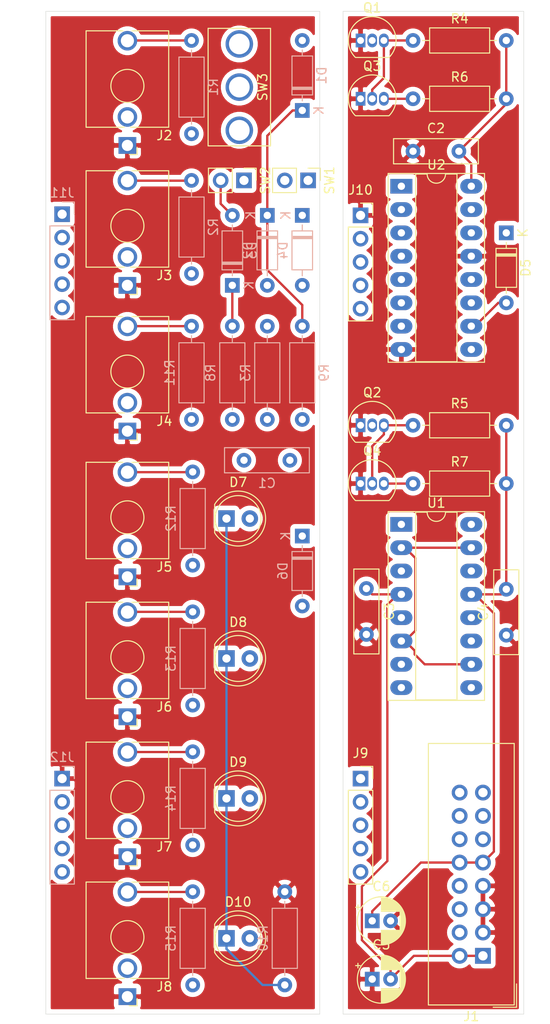
<source format=kicad_pcb>
(kicad_pcb (version 20171130) (host pcbnew "(5.1.2)-2")
  (layers (0 F.Cu signal) (31 B.Cu signal) (34 B.Paste user) (35 F.Paste user) (36 B.SilkS user) (37 F.SilkS user) (38 B.Mask user) (39 F.Mask user) (44 Edge.Cuts user))
  (net 0 "")
  (net 1 GND)
  (net 2 "Net-(C1-Pad1)")
  (net 3 "Net-(D1-Pad2)")
  (net 4 "Net-(D1-Pad1)")
  (net 5 "Net-(D3-Pad2)")
  (net 6 "Net-(D3-Pad1)")
  (net 7 "Net-(D4-Pad2)")
  (net 8 "Net-(D5-Pad2)")
  (net 9 "Net-(D6-Pad2)")
  (net 10 "Net-(D7-Pad2)")
  (net 11 "Net-(D10-Pad1)")
  (net 12 "Net-(D8-Pad2)")
  (net 13 "Net-(D9-Pad2)")
  (net 14 "Net-(D10-Pad2)")
  (net 15 "Net-(J1-Pad16)")
  (net 16 "Net-(J1-Pad15)")
  (net 17 "Net-(J1-Pad14)")
  (net 18 "Net-(J1-Pad13)")
  (net 19 "Net-(J1-Pad12)")
  (net 20 "Net-(J1-Pad11)")
  (net 21 "Net-(J1-Pad4)")
  (net 22 "Net-(J2-PadT)")
  (net 23 "Net-(J3-PadT)")
  (net 24 "Net-(J4-PadT)")
  (net 25 "Net-(J5-PadT)")
  (net 26 "Net-(J6-PadT)")
  (net 27 "Net-(J7-PadT)")
  (net 28 "Net-(J8-PadT)")
  (net 29 "Net-(Q1-Pad3)")
  (net 30 "Net-(Q1-Pad2)")
  (net 31 "Net-(Q2-Pad3)")
  (net 32 "Net-(Q2-Pad2)")
  (net 33 +12V)
  (net 34 "Net-(R3-Pad1)")
  (net 35 "Net-(R11-Pad2)")
  (net 36 "Net-(R12-Pad2)")
  (net 37 "Net-(R13-Pad2)")
  (net 38 "Net-(R14-Pad2)")
  (net 39 "Net-(R15-Pad2)")
  (net 40 "Net-(U1-Pad12)")
  (net 41 "Net-(U2-Pad6)")
  (net 42 "Net-(U2-Pad5)")
  (net 43 "Net-(U2-Pad12)")
  (net 44 "Net-(U2-Pad11)")
  (net 45 "Net-(U2-Pad9)")
  (net 46 "Net-(U2-Pad1)")
  (net 47 "Net-(J9-Pad5)")
  (net 48 "Net-(J9-Pad4)")
  (net 49 "Net-(J9-Pad3)")
  (net 50 "Net-(J9-Pad2)")
  (net 51 "Net-(J9-Pad1)")
  (net 52 "Net-(J10-Pad5)")
  (net 53 "Net-(J10-Pad4)")
  (net 54 "Net-(J10-Pad3)")
  (net 55 "Net-(J10-Pad2)")
  (net 56 "Net-(J11-Pad5)")
  (net 57 "Net-(J11-Pad4)")
  (net 58 "Net-(J11-Pad3)")
  (net 59 "Net-(J11-Pad2)")
  (net 60 "Net-(J11-Pad1)")
  (net 61 "Net-(J12-Pad5)")
  (net 62 "Net-(J12-Pad4)")
  (net 63 "Net-(J12-Pad3)")
  (net 64 "Net-(J12-Pad2)")
  (net 65 -12V)
  (net 66 /GND_PCB_B)
  (module Capacitor_THT:CP_Radial_D5.0mm_P2.00mm (layer F.Cu) (at 59.69 140.97)
    (fp_text reference C6 (at 1 -3.75) (layer F.SilkS))
    (fp_text value 10uf)
    (pad 2 thru_hole circle (at 2 0) (size 1.6 1.6) (drill 0.8) (layers *.Cu *.Mask) (net 1 GND))
    (pad 1 thru_hole rect (at 0 0) (size 1.6 1.6) (drill 0.8) (layers *.Cu *.Mask) (net 33 +12V))
  )
  (module Capacitor_THT:CP_Radial_D5.0mm_P2.00mm (layer F.Cu) (at 59.69 147.32)
    (fp_text reference C5 (at 1 -3.75) (layer F.SilkS))
    (fp_text value 10uf)
    (pad 2 thru_hole circle (at 2 0) (size 1.6 1.6) (drill 0.8) (layers *.Cu *.Mask) (net 65 -12V))
    (pad 1 thru_hole rect (at 0 0) (size 1.6 1.6) (drill 0.8) (layers *.Cu *.Mask) (net 1 GND))
  )
  (module Capacitor_THT:C_Disc_D9.0mm_W2.5mm_P5.00mm (layer F.Cu) (at 74.295 109.855 90)
    (fp_text reference C4 (at 2.5 -2.5 90) (layer F.SilkS))
    (fp_text value 100nf)
    (pad 2 thru_hole circle (at 5 0 90) (size 1.6 1.6) (drill 0.8) (layers *.Cu *.Mask) (net 33 +12V))
    (pad 1 thru_hole circle (at 0 0 90) (size 1.6 1.6) (drill 0.8) (layers *.Cu *.Mask) (net 1 GND))
  )
  (module Capacitor_THT:C_Disc_D9.0mm_W2.5mm_P5.00mm (layer F.Cu) (at 59.055 104.775 270)
    (fp_text reference C3 (at 2.5 -2.5 90) (layer F.SilkS))
    (fp_text value 100nf)
    (pad 2 thru_hole circle (at 5 0 270) (size 1.6 1.6) (drill 0.8) (layers *.Cu *.Mask) (net 1 GND))
    (pad 1 thru_hole circle (at 0 0 270) (size 1.6 1.6) (drill 0.8) (layers *.Cu *.Mask) (net 65 -12V))
  )
  (module Capacitor_THT:C_Disc_D9.0mm_W2.5mm_P5.00mm (layer F.Cu) (at 64.135 57.15)
    (fp_text reference C2 (at 2.5 -2.5) (layer F.SilkS))
    (fp_text value 100nf)
    (pad 2 thru_hole circle (at 5 0) (size 1.6 1.6) (drill 0.8) (layers *.Cu *.Mask) (net 33 +12V))
    (pad 1 thru_hole circle (at 0 0) (size 1.6 1.6) (drill 0.8) (layers *.Cu *.Mask) (net 1 GND))
  )
  (module Package_DIP:DIP-16_W7.62mm_Socket_LongPads (layer F.Cu) (at 62.865 97.79)
    (fp_text reference U1 (at 3.81 -2.33) (layer F.SilkS))
    (fp_text value MAX313CPE)
    (pad 16 thru_hole oval (at 7.62 0) (size 2.4 1.6) (drill 0.8) (layers *.Cu *.Mask) (net 14 "Net-(D10-Pad2)"))
    (pad 8 thru_hole oval (at 0 17.78) (size 2.4 1.6) (drill 0.8) (layers *.Cu *.Mask) (net 12 "Net-(D8-Pad2)"))
    (pad 15 thru_hole oval (at 7.62 2.54) (size 2.4 1.6) (drill 0.8) (layers *.Cu *.Mask) (net 35 "Net-(R11-Pad2)"))
    (pad 7 thru_hole oval (at 0 15.24) (size 2.4 1.6) (drill 0.8) (layers *.Cu *.Mask) (net 37 "Net-(R13-Pad2)"))
    (pad 14 thru_hole oval (at 7.62 5.08) (size 2.4 1.6) (drill 0.8) (layers *.Cu *.Mask) (net 39 "Net-(R15-Pad2)"))
    (pad 6 thru_hole oval (at 0 12.7) (size 2.4 1.6) (drill 0.8) (layers *.Cu *.Mask) (net 35 "Net-(R11-Pad2)"))
    (pad 13 thru_hole oval (at 7.62 7.62) (size 2.4 1.6) (drill 0.8) (layers *.Cu *.Mask) (net 33 +12V))
    (pad 5 thru_hole oval (at 0 10.16) (size 2.4 1.6) (drill 0.8) (layers *.Cu *.Mask) (net 1 GND))
    (pad 12 thru_hole oval (at 7.62 10.16) (size 2.4 1.6) (drill 0.8) (layers *.Cu *.Mask) (net 40 "Net-(U1-Pad12)"))
    (pad 4 thru_hole oval (at 0 7.62) (size 2.4 1.6) (drill 0.8) (layers *.Cu *.Mask) (net 65 -12V))
    (pad 11 thru_hole oval (at 7.62 12.7) (size 2.4 1.6) (drill 0.8) (layers *.Cu *.Mask) (net 38 "Net-(R14-Pad2)"))
    (pad 3 thru_hole oval (at 0 5.08) (size 2.4 1.6) (drill 0.8) (layers *.Cu *.Mask) (net 36 "Net-(R12-Pad2)"))
    (pad 10 thru_hole oval (at 7.62 15.24) (size 2.4 1.6) (drill 0.8) (layers *.Cu *.Mask) (net 35 "Net-(R11-Pad2)"))
    (pad 2 thru_hole oval (at 0 2.54) (size 2.4 1.6) (drill 0.8) (layers *.Cu *.Mask) (net 35 "Net-(R11-Pad2)"))
    (pad 9 thru_hole oval (at 7.62 17.78) (size 2.4 1.6) (drill 0.8) (layers *.Cu *.Mask) (net 13 "Net-(D9-Pad2)"))
    (pad 1 thru_hole rect (at 0 0) (size 2.4 1.6) (drill 0.8) (layers *.Cu *.Mask) (net 10 "Net-(D7-Pad2)"))
  )
  (module Connector_PinHeader_2.54mm:PinHeader_1x05_P2.54mm_Vertical (layer B.Cu) (at 25.908 125.476 180)
    (fp_text reference J12 (at 0 2.33) (layer B.SilkS) (effects (justify mirror)))
    (fp_text value Conn_01x05_Male)
    (pad 5 thru_hole oval (at 0 -10.16 180) (size 1.7 1.7) (drill 1) (layers *.Cu *.Mask) (net 61 "Net-(J12-Pad5)"))
    (pad 4 thru_hole oval (at 0 -7.62 180) (size 1.7 1.7) (drill 1) (layers *.Cu *.Mask) (net 62 "Net-(J12-Pad4)"))
    (pad 3 thru_hole oval (at 0 -5.08 180) (size 1.7 1.7) (drill 1) (layers *.Cu *.Mask) (net 63 "Net-(J12-Pad3)"))
    (pad 2 thru_hole oval (at 0 -2.54 180) (size 1.7 1.7) (drill 1) (layers *.Cu *.Mask) (net 64 "Net-(J12-Pad2)"))
    (pad 1 thru_hole rect (at 0 0 180) (size 1.7 1.7) (drill 1) (layers *.Cu *.Mask) (net 66 /GND_PCB_B))
  )
  (module Connector_PinHeader_2.54mm:PinHeader_1x05_P2.54mm_Vertical (layer B.Cu) (at 25.908 64.008 180)
    (fp_text reference J11 (at 0 2.33) (layer B.SilkS) (effects (justify mirror)))
    (fp_text value Conn_01x05_Male)
    (pad 5 thru_hole oval (at 0 -10.16 180) (size 1.7 1.7) (drill 1) (layers *.Cu *.Mask) (net 56 "Net-(J11-Pad5)"))
    (pad 4 thru_hole oval (at 0 -7.62 180) (size 1.7 1.7) (drill 1) (layers *.Cu *.Mask) (net 57 "Net-(J11-Pad4)"))
    (pad 3 thru_hole oval (at 0 -5.08 180) (size 1.7 1.7) (drill 1) (layers *.Cu *.Mask) (net 58 "Net-(J11-Pad3)"))
    (pad 2 thru_hole oval (at 0 -2.54 180) (size 1.7 1.7) (drill 1) (layers *.Cu *.Mask) (net 59 "Net-(J11-Pad2)"))
    (pad 1 thru_hole rect (at 0 0 180) (size 1.7 1.7) (drill 1) (layers *.Cu *.Mask) (net 60 "Net-(J11-Pad1)"))
  )
  (module Connector_PinSocket_2.54mm:PinSocket_1x05_P2.54mm_Vertical (layer F.Cu) (at 58.42 64.135)
    (fp_text reference J10 (at 0 -2.77) (layer F.SilkS))
    (fp_text value Conn_01x05_Female)
    (pad 5 thru_hole oval (at 0 10.16) (size 1.7 1.7) (drill 1) (layers *.Cu *.Mask) (net 52 "Net-(J10-Pad5)"))
    (pad 4 thru_hole oval (at 0 7.62) (size 1.7 1.7) (drill 1) (layers *.Cu *.Mask) (net 53 "Net-(J10-Pad4)"))
    (pad 3 thru_hole oval (at 0 5.08) (size 1.7 1.7) (drill 1) (layers *.Cu *.Mask) (net 54 "Net-(J10-Pad3)"))
    (pad 2 thru_hole oval (at 0 2.54) (size 1.7 1.7) (drill 1) (layers *.Cu *.Mask) (net 55 "Net-(J10-Pad2)"))
    (pad 1 thru_hole rect (at 0 0) (size 1.7 1.7) (drill 1) (layers *.Cu *.Mask) (net 1 GND))
  )
  (module Connector_PinSocket_2.54mm:PinSocket_1x05_P2.54mm_Vertical (layer F.Cu) (at 58.42 125.476)
    (fp_text reference J9 (at 0 -2.77) (layer F.SilkS))
    (fp_text value Conn_01x05_Female)
    (pad 5 thru_hole oval (at 0 10.16) (size 1.7 1.7) (drill 1) (layers *.Cu *.Mask) (net 47 "Net-(J9-Pad5)"))
    (pad 4 thru_hole oval (at 0 7.62) (size 1.7 1.7) (drill 1) (layers *.Cu *.Mask) (net 48 "Net-(J9-Pad4)"))
    (pad 3 thru_hole oval (at 0 5.08) (size 1.7 1.7) (drill 1) (layers *.Cu *.Mask) (net 49 "Net-(J9-Pad3)"))
    (pad 2 thru_hole oval (at 0 2.54) (size 1.7 1.7) (drill 1) (layers *.Cu *.Mask) (net 50 "Net-(J9-Pad2)"))
    (pad 1 thru_hole rect (at 0 0) (size 1.7 1.7) (drill 1) (layers *.Cu *.Mask) (net 51 "Net-(J9-Pad1)"))
  )
  (module LED_THT:LED_D5.0mm (layer F.Cu) (at 43.815 127.635)
    (fp_text reference D9 (at 1.27 -3.96) (layer F.SilkS))
    (fp_text value LED)
    (pad 2 thru_hole circle (at 2.54 0) (size 1.8 1.8) (drill 0.9) (layers *.Cu *.Mask) (net 13 "Net-(D9-Pad2)"))
    (pad 1 thru_hole rect (at 0 0) (size 1.8 1.8) (drill 0.9) (layers *.Cu *.Mask) (net 11 "Net-(D10-Pad1)"))
  )
  (module LED_THT:LED_D5.0mm (layer F.Cu) (at 43.815 97.155)
    (fp_text reference D7 (at 1.27 -3.96) (layer F.SilkS))
    (fp_text value LED)
    (pad 2 thru_hole circle (at 2.54 0) (size 1.8 1.8) (drill 0.9) (layers *.Cu *.Mask) (net 10 "Net-(D7-Pad2)"))
    (pad 1 thru_hole rect (at 0 0) (size 1.8 1.8) (drill 0.9) (layers *.Cu *.Mask) (net 11 "Net-(D10-Pad1)"))
  )
  (module LED_THT:LED_D5.0mm (layer F.Cu) (at 43.815 112.395)
    (fp_text reference D8 (at 1.27 -3.96) (layer F.SilkS))
    (fp_text value LED)
    (pad 2 thru_hole circle (at 2.54 0) (size 1.8 1.8) (drill 0.9) (layers *.Cu *.Mask) (net 12 "Net-(D8-Pad2)"))
    (pad 1 thru_hole rect (at 0 0) (size 1.8 1.8) (drill 0.9) (layers *.Cu *.Mask) (net 11 "Net-(D10-Pad1)"))
  )
  (module Package_DIP:DIP-16_W7.62mm_Socket_LongPads (layer F.Cu) (at 62.865 60.96)
    (fp_text reference U2 (at 3.81 -2.33) (layer F.SilkS))
    (fp_text value 4017)
    (pad 16 thru_hole oval (at 7.62 0) (size 2.4 1.6) (drill 0.8) (layers *.Cu *.Mask) (net 33 +12V))
    (pad 8 thru_hole oval (at 0 17.78) (size 2.4 1.6) (drill 0.8) (layers *.Cu *.Mask) (net 1 GND))
    (pad 15 thru_hole oval (at 7.62 2.54) (size 2.4 1.6) (drill 0.8) (layers *.Cu *.Mask) (net 6 "Net-(D3-Pad1)"))
    (pad 7 thru_hole oval (at 0 15.24) (size 2.4 1.6) (drill 0.8) (layers *.Cu *.Mask) (net 14 "Net-(D10-Pad2)"))
    (pad 14 thru_hole oval (at 7.62 5.08) (size 2.4 1.6) (drill 0.8) (layers *.Cu *.Mask) (net 4 "Net-(D1-Pad1)"))
    (pad 6 thru_hole oval (at 0 12.7) (size 2.4 1.6) (drill 0.8) (layers *.Cu *.Mask) (net 41 "Net-(U2-Pad6)"))
    (pad 13 thru_hole oval (at 7.62 7.62) (size 2.4 1.6) (drill 0.8) (layers *.Cu *.Mask) (net 1 GND))
    (pad 5 thru_hole oval (at 0 10.16) (size 2.4 1.6) (drill 0.8) (layers *.Cu *.Mask) (net 42 "Net-(U2-Pad5)"))
    (pad 12 thru_hole oval (at 7.62 10.16) (size 2.4 1.6) (drill 0.8) (layers *.Cu *.Mask) (net 43 "Net-(U2-Pad12)"))
    (pad 4 thru_hole oval (at 0 7.62) (size 2.4 1.6) (drill 0.8) (layers *.Cu *.Mask) (net 13 "Net-(D9-Pad2)"))
    (pad 11 thru_hole oval (at 7.62 12.7) (size 2.4 1.6) (drill 0.8) (layers *.Cu *.Mask) (net 44 "Net-(U2-Pad11)"))
    (pad 3 thru_hole oval (at 0 5.08) (size 2.4 1.6) (drill 0.8) (layers *.Cu *.Mask) (net 10 "Net-(D7-Pad2)"))
    (pad 10 thru_hole oval (at 7.62 15.24) (size 2.4 1.6) (drill 0.8) (layers *.Cu *.Mask) (net 8 "Net-(D5-Pad2)"))
    (pad 2 thru_hole oval (at 0 2.54) (size 2.4 1.6) (drill 0.8) (layers *.Cu *.Mask) (net 12 "Net-(D8-Pad2)"))
    (pad 9 thru_hole oval (at 7.62 17.78) (size 2.4 1.6) (drill 0.8) (layers *.Cu *.Mask) (net 45 "Net-(U2-Pad9)"))
    (pad 1 thru_hole rect (at 0 0) (size 2.4 1.6) (drill 0.8) (layers *.Cu *.Mask) (net 46 "Net-(U2-Pad1)"))
  )
  (module mod_synth:SPDT_Switch_Vertical (layer F.Cu) (at 45.212 50.165 90)
    (fp_text reference SW3 (at 0 2.54 90) (layer F.SilkS))
    (fp_text value SW_SPDT_MSM)
    (pad 3 thru_hole circle (at 4.7 0 90) (size 3 3) (drill 2.25) (layers *.Cu *.Mask) (net 13 "Net-(D9-Pad2)"))
    (pad 2 thru_hole circle (at 0 0 90) (size 3 3) (drill 2.25) (layers *.Cu *.Mask) (net 9 "Net-(D6-Pad2)"))
    (pad 1 thru_hole circle (at -4.7 0 90) (size 3 3) (drill 2.25) (layers *.Cu *.Mask) (net 14 "Net-(D10-Pad2)"))
  )
  (module Connector_PinHeader_2.54mm:PinHeader_1x02_P2.54mm_Vertical (layer F.Cu) (at 45.72 60.325 270)
    (fp_text reference SW2 (at 0 -2.33 90) (layer F.SilkS))
    (fp_text value SW_Push)
    (pad 2 thru_hole oval (at 0 2.54 270) (size 1.7 1.7) (drill 1) (layers *.Cu *.Mask) (net 5 "Net-(D3-Pad2)"))
    (pad 1 thru_hole rect (at 0 0 270) (size 1.7 1.7) (drill 1) (layers *.Cu *.Mask) (net 33 +12V))
  )
  (module Connector_PinHeader_2.54mm:PinHeader_1x02_P2.54mm_Vertical (layer F.Cu) (at 52.705 60.325 270)
    (fp_text reference SW1 (at 0 -2.33 90) (layer F.SilkS))
    (fp_text value SW_Push)
    (pad 2 thru_hole oval (at 0 2.54 270) (size 1.7 1.7) (drill 1) (layers *.Cu *.Mask) (net 2 "Net-(C1-Pad1)"))
    (pad 1 thru_hole rect (at 0 0 270) (size 1.7 1.7) (drill 1) (layers *.Cu *.Mask) (net 34 "Net-(R3-Pad1)"))
  )
  (module Resistor_THT:R_Axial_DIN0207_L6.3mm_D2.5mm_P10.16mm_Horizontal (layer B.Cu) (at 40.132 137.795 270)
    (fp_text reference R15 (at 5.08 2.37 90) (layer B.SilkS) (effects (justify mirror)))
    (fp_text value R)
    (pad 2 thru_hole oval (at 10.16 0 270) (size 1.6 1.6) (drill 0.8) (layers *.Cu *.Mask) (net 39 "Net-(R15-Pad2)"))
    (pad 1 thru_hole circle (at 0 0 270) (size 1.6 1.6) (drill 0.8) (layers *.Cu *.Mask) (net 28 "Net-(J8-PadT)"))
  )
  (module Resistor_THT:R_Axial_DIN0207_L6.3mm_D2.5mm_P10.16mm_Horizontal (layer B.Cu) (at 40.132 122.555 270)
    (fp_text reference R14 (at 5.08 2.37 270) (layer B.SilkS) (effects (justify mirror)))
    (fp_text value R)
    (pad 2 thru_hole oval (at 10.16 0 270) (size 1.6 1.6) (drill 0.8) (layers *.Cu *.Mask) (net 38 "Net-(R14-Pad2)"))
    (pad 1 thru_hole circle (at 0 0 270) (size 1.6 1.6) (drill 0.8) (layers *.Cu *.Mask) (net 27 "Net-(J7-PadT)"))
  )
  (module Resistor_THT:R_Axial_DIN0207_L6.3mm_D2.5mm_P10.16mm_Horizontal (layer B.Cu) (at 40.132 107.315 270)
    (fp_text reference R13 (at 5.08 2.37 90) (layer B.SilkS) (effects (justify mirror)))
    (fp_text value R)
    (pad 2 thru_hole oval (at 10.16 0 270) (size 1.6 1.6) (drill 0.8) (layers *.Cu *.Mask) (net 37 "Net-(R13-Pad2)"))
    (pad 1 thru_hole circle (at 0 0 270) (size 1.6 1.6) (drill 0.8) (layers *.Cu *.Mask) (net 26 "Net-(J6-PadT)"))
  )
  (module Resistor_THT:R_Axial_DIN0207_L6.3mm_D2.5mm_P10.16mm_Horizontal (layer B.Cu) (at 40.132 92.075 270)
    (fp_text reference R12 (at 5.08 2.37 90) (layer B.SilkS) (effects (justify mirror)))
    (fp_text value R)
    (pad 2 thru_hole oval (at 10.16 0 270) (size 1.6 1.6) (drill 0.8) (layers *.Cu *.Mask) (net 36 "Net-(R12-Pad2)"))
    (pad 1 thru_hole circle (at 0 0 270) (size 1.6 1.6) (drill 0.8) (layers *.Cu *.Mask) (net 25 "Net-(J5-PadT)"))
  )
  (module Resistor_THT:R_Axial_DIN0207_L6.3mm_D2.5mm_P10.16mm_Horizontal (layer B.Cu) (at 40.005 76.2 270)
    (fp_text reference R11 (at 5.08 2.37 270) (layer B.SilkS) (effects (justify mirror)))
    (fp_text value R)
    (pad 2 thru_hole oval (at 10.16 0 270) (size 1.6 1.6) (drill 0.8) (layers *.Cu *.Mask) (net 35 "Net-(R11-Pad2)"))
    (pad 1 thru_hole circle (at 0 0 270) (size 1.6 1.6) (drill 0.8) (layers *.Cu *.Mask) (net 24 "Net-(J4-PadT)"))
  )
  (module Resistor_THT:R_Axial_DIN0207_L6.3mm_D2.5mm_P10.16mm_Horizontal (layer B.Cu) (at 50.165 137.795 270)
    (fp_text reference R10 (at 5.08 2.37 270) (layer B.SilkS) (effects (justify mirror)))
    (fp_text value R)
    (pad 2 thru_hole oval (at 10.16 0 270) (size 1.6 1.6) (drill 0.8) (layers *.Cu *.Mask) (net 11 "Net-(D10-Pad1)"))
    (pad 1 thru_hole circle (at 0 0 270) (size 1.6 1.6) (drill 0.8) (layers *.Cu *.Mask) (net 66 /GND_PCB_B))
  )
  (module Resistor_THT:R_Axial_DIN0207_L6.3mm_D2.5mm_P10.16mm_Horizontal (layer B.Cu) (at 52.07 86.36 90)
    (fp_text reference R9 (at 5.08 2.37 270) (layer B.SilkS) (effects (justify mirror)))
    (fp_text value R)
    (pad 2 thru_hole oval (at 10.16 0 90) (size 1.6 1.6) (drill 0.8) (layers *.Cu *.Mask) (net 4 "Net-(D1-Pad1)"))
    (pad 1 thru_hole circle (at 0 0 90) (size 1.6 1.6) (drill 0.8) (layers *.Cu *.Mask) (net 1 GND))
  )
  (module Resistor_THT:R_Axial_DIN0207_L6.3mm_D2.5mm_P10.16mm_Horizontal (layer B.Cu) (at 44.45 76.2 270)
    (fp_text reference R8 (at 5.08 2.37 270) (layer B.SilkS) (effects (justify mirror)))
    (fp_text value R)
    (pad 2 thru_hole oval (at 10.16 0 270) (size 1.6 1.6) (drill 0.8) (layers *.Cu *.Mask) (net 1 GND))
    (pad 1 thru_hole circle (at 0 0 270) (size 1.6 1.6) (drill 0.8) (layers *.Cu *.Mask) (net 6 "Net-(D3-Pad1)"))
  )
  (module Resistor_THT:R_Axial_DIN0207_L6.3mm_D2.5mm_P10.16mm_Horizontal (layer F.Cu) (at 64.135 93.345)
    (fp_text reference R7 (at 5.08 -2.37) (layer F.SilkS))
    (fp_text value R)
    (pad 2 thru_hole oval (at 10.16 0) (size 1.6 1.6) (drill 0.8) (layers *.Cu *.Mask) (net 33 +12V))
    (pad 1 thru_hole circle (at 0 0) (size 1.6 1.6) (drill 0.8) (layers *.Cu *.Mask) (net 7 "Net-(D4-Pad2)"))
  )
  (module Resistor_THT:R_Axial_DIN0207_L6.3mm_D2.5mm_P10.16mm_Horizontal (layer F.Cu) (at 64.135 51.435)
    (fp_text reference R6 (at 5.08 -2.37) (layer F.SilkS))
    (fp_text value R)
    (pad 2 thru_hole oval (at 10.16 0) (size 1.6 1.6) (drill 0.8) (layers *.Cu *.Mask) (net 33 +12V))
    (pad 1 thru_hole circle (at 0 0) (size 1.6 1.6) (drill 0.8) (layers *.Cu *.Mask) (net 3 "Net-(D1-Pad2)"))
  )
  (module Resistor_THT:R_Axial_DIN0207_L6.3mm_D2.5mm_P10.16mm_Horizontal (layer F.Cu) (at 64.135 86.995)
    (fp_text reference R5 (at 5.08 -2.37) (layer F.SilkS))
    (fp_text value R)
    (pad 2 thru_hole oval (at 10.16 0) (size 1.6 1.6) (drill 0.8) (layers *.Cu *.Mask) (net 33 +12V))
    (pad 1 thru_hole circle (at 0 0) (size 1.6 1.6) (drill 0.8) (layers *.Cu *.Mask) (net 31 "Net-(Q2-Pad3)"))
  )
  (module Resistor_THT:R_Axial_DIN0207_L6.3mm_D2.5mm_P10.16mm_Horizontal (layer F.Cu) (at 64.135 45.085)
    (fp_text reference R4 (at 5.08 -2.37) (layer F.SilkS))
    (fp_text value R)
    (pad 2 thru_hole oval (at 10.16 0) (size 1.6 1.6) (drill 0.8) (layers *.Cu *.Mask) (net 33 +12V))
    (pad 1 thru_hole circle (at 0 0) (size 1.6 1.6) (drill 0.8) (layers *.Cu *.Mask) (net 29 "Net-(Q1-Pad3)"))
  )
  (module Resistor_THT:R_Axial_DIN0207_L6.3mm_D2.5mm_P10.16mm_Horizontal (layer B.Cu) (at 48.26 76.2 270)
    (fp_text reference R3 (at 5.08 2.37 90) (layer B.SilkS) (effects (justify mirror)))
    (fp_text value R)
    (pad 2 thru_hole oval (at 10.16 0 270) (size 1.6 1.6) (drill 0.8) (layers *.Cu *.Mask) (net 33 +12V))
    (pad 1 thru_hole circle (at 0 0 270) (size 1.6 1.6) (drill 0.8) (layers *.Cu *.Mask) (net 34 "Net-(R3-Pad1)"))
  )
  (module Resistor_THT:R_Axial_DIN0207_L6.3mm_D2.5mm_P10.16mm_Horizontal (layer B.Cu) (at 40.005 70.485 90)
    (fp_text reference R2 (at 5.08 2.37 270) (layer B.SilkS) (effects (justify mirror)))
    (fp_text value R)
    (pad 2 thru_hole oval (at 10.16 0 90) (size 1.6 1.6) (drill 0.8) (layers *.Cu *.Mask) (net 23 "Net-(J3-PadT)"))
    (pad 1 thru_hole circle (at 0 0 90) (size 1.6 1.6) (drill 0.8) (layers *.Cu *.Mask) (net 32 "Net-(Q2-Pad2)"))
  )
  (module Resistor_THT:R_Axial_DIN0207_L6.3mm_D2.5mm_P10.16mm_Horizontal (layer B.Cu) (at 40.005 55.245 90)
    (fp_text reference R1 (at 5.08 2.37 270) (layer B.SilkS) (effects (justify mirror)))
    (fp_text value R)
    (pad 2 thru_hole oval (at 10.16 0 90) (size 1.6 1.6) (drill 0.8) (layers *.Cu *.Mask) (net 22 "Net-(J2-PadT)"))
    (pad 1 thru_hole circle (at 0 0 90) (size 1.6 1.6) (drill 0.8) (layers *.Cu *.Mask) (net 30 "Net-(Q1-Pad2)"))
  )
  (module Package_TO_SOT_THT:TO-92_Inline (layer F.Cu) (at 58.42 93.345)
    (fp_text reference Q4 (at 1.27 -3.56) (layer F.SilkS))
    (fp_text value 2N3904)
    (pad 1 thru_hole rect (at 0 0) (size 1.05 1.5) (drill 0.75) (layers *.Cu *.Mask) (net 1 GND))
    (pad 3 thru_hole oval (at 2.54 0) (size 1.05 1.5) (drill 0.75) (layers *.Cu *.Mask) (net 7 "Net-(D4-Pad2)"))
    (pad 2 thru_hole oval (at 1.27 0) (size 1.05 1.5) (drill 0.75) (layers *.Cu *.Mask) (net 31 "Net-(Q2-Pad3)"))
  )
  (module Package_TO_SOT_THT:TO-92_Inline (layer F.Cu) (at 58.42 51.435)
    (fp_text reference Q3 (at 1.27 -3.56) (layer F.SilkS))
    (fp_text value 2N3904)
    (pad 1 thru_hole rect (at 0 0) (size 1.05 1.5) (drill 0.75) (layers *.Cu *.Mask) (net 1 GND))
    (pad 3 thru_hole oval (at 2.54 0) (size 1.05 1.5) (drill 0.75) (layers *.Cu *.Mask) (net 3 "Net-(D1-Pad2)"))
    (pad 2 thru_hole oval (at 1.27 0) (size 1.05 1.5) (drill 0.75) (layers *.Cu *.Mask) (net 29 "Net-(Q1-Pad3)"))
  )
  (module Package_TO_SOT_THT:TO-92_Inline (layer F.Cu) (at 58.42 86.995)
    (fp_text reference Q2 (at 1.27 -3.56) (layer F.SilkS))
    (fp_text value 2N3904)
    (pad 1 thru_hole rect (at 0 0) (size 1.05 1.5) (drill 0.75) (layers *.Cu *.Mask) (net 1 GND))
    (pad 3 thru_hole oval (at 2.54 0) (size 1.05 1.5) (drill 0.75) (layers *.Cu *.Mask) (net 31 "Net-(Q2-Pad3)"))
    (pad 2 thru_hole oval (at 1.27 0) (size 1.05 1.5) (drill 0.75) (layers *.Cu *.Mask) (net 32 "Net-(Q2-Pad2)"))
  )
  (module Package_TO_SOT_THT:TO-92_Inline (layer F.Cu) (at 58.42 45.085)
    (fp_text reference Q1 (at 1.27 -3.56) (layer F.SilkS))
    (fp_text value 2N3904)
    (pad 1 thru_hole rect (at 0 0) (size 1.05 1.5) (drill 0.75) (layers *.Cu *.Mask) (net 1 GND))
    (pad 3 thru_hole oval (at 2.54 0) (size 1.05 1.5) (drill 0.75) (layers *.Cu *.Mask) (net 29 "Net-(Q1-Pad3)"))
    (pad 2 thru_hole oval (at 1.27 0) (size 1.05 1.5) (drill 0.75) (layers *.Cu *.Mask) (net 30 "Net-(Q1-Pad2)"))
  )
  (module Connector_Audio:Jack_3.5mm_QingPu_WQP-PJ398SM_Vertical_CircularHoles (layer F.Cu) (at 33.02 149.225 180)
    (fp_text reference J8 (at -4.03 1.08 180) (layer F.SilkS))
    (fp_text value "I/O 4")
    (pad T thru_hole circle (at 0 11.4) (size 2.13 2.13) (drill 1.43) (layers *.Cu *.Mask) (net 28 "Net-(J8-PadT)"))
    (pad S thru_hole rect (at 0 0) (size 1.93 1.83) (drill 1.22) (layers *.Cu *.Mask) (net 66 /GND_PCB_B))
    (pad TN thru_hole circle (at 0 3.1) (size 2.13 2.13) (drill 1.42) (layers *.Cu *.Mask))
  )
  (module Connector_Audio:Jack_3.5mm_QingPu_WQP-PJ398SM_Vertical_CircularHoles (layer F.Cu) (at 33.02 133.985 180)
    (fp_text reference J7 (at -4.03 1.08 180) (layer F.SilkS))
    (fp_text value "I/O 3")
    (pad T thru_hole circle (at 0 11.4) (size 2.13 2.13) (drill 1.43) (layers *.Cu *.Mask) (net 27 "Net-(J7-PadT)"))
    (pad S thru_hole rect (at 0 0) (size 1.93 1.83) (drill 1.22) (layers *.Cu *.Mask) (net 66 /GND_PCB_B))
    (pad TN thru_hole circle (at 0 3.1) (size 2.13 2.13) (drill 1.42) (layers *.Cu *.Mask))
  )
  (module Connector_Audio:Jack_3.5mm_QingPu_WQP-PJ398SM_Vertical_CircularHoles (layer F.Cu) (at 33.02 118.745 180)
    (fp_text reference J6 (at -4.03 1.08 180) (layer F.SilkS))
    (fp_text value "I/O 2")
    (pad T thru_hole circle (at 0 11.4) (size 2.13 2.13) (drill 1.43) (layers *.Cu *.Mask) (net 26 "Net-(J6-PadT)"))
    (pad S thru_hole rect (at 0 0) (size 1.93 1.83) (drill 1.22) (layers *.Cu *.Mask) (net 66 /GND_PCB_B))
    (pad TN thru_hole circle (at 0 3.1) (size 2.13 2.13) (drill 1.42) (layers *.Cu *.Mask))
  )
  (module Connector_Audio:Jack_3.5mm_QingPu_WQP-PJ398SM_Vertical_CircularHoles (layer F.Cu) (at 33.02 103.505 180)
    (fp_text reference J5 (at -4.03 1.08 180) (layer F.SilkS))
    (fp_text value "I/O 1")
    (pad T thru_hole circle (at 0 11.4) (size 2.13 2.13) (drill 1.43) (layers *.Cu *.Mask) (net 25 "Net-(J5-PadT)"))
    (pad S thru_hole rect (at 0 0) (size 1.93 1.83) (drill 1.22) (layers *.Cu *.Mask) (net 66 /GND_PCB_B))
    (pad TN thru_hole circle (at 0 3.1) (size 2.13 2.13) (drill 1.42) (layers *.Cu *.Mask))
  )
  (module Connector_Audio:Jack_3.5mm_QingPu_WQP-PJ398SM_Vertical_CircularHoles (layer F.Cu) (at 33.02 87.63 180)
    (fp_text reference J4 (at -4.03 1.08 180) (layer F.SilkS))
    (fp_text value I/O)
    (pad T thru_hole circle (at 0 11.4) (size 2.13 2.13) (drill 1.43) (layers *.Cu *.Mask) (net 24 "Net-(J4-PadT)"))
    (pad S thru_hole rect (at 0 0) (size 1.93 1.83) (drill 1.22) (layers *.Cu *.Mask) (net 66 /GND_PCB_B))
    (pad TN thru_hole circle (at 0 3.1) (size 2.13 2.13) (drill 1.42) (layers *.Cu *.Mask))
  )
  (module Connector_Audio:Jack_3.5mm_QingPu_WQP-PJ398SM_Vertical_CircularHoles (layer F.Cu) (at 33.02 71.755 180)
    (fp_text reference J3 (at -4.03 1.08 180) (layer F.SilkS))
    (fp_text value RST)
    (pad T thru_hole circle (at 0 11.4) (size 2.13 2.13) (drill 1.43) (layers *.Cu *.Mask) (net 23 "Net-(J3-PadT)"))
    (pad S thru_hole rect (at 0 0) (size 1.93 1.83) (drill 1.22) (layers *.Cu *.Mask) (net 66 /GND_PCB_B))
    (pad TN thru_hole circle (at 0 3.1) (size 2.13 2.13) (drill 1.42) (layers *.Cu *.Mask))
  )
  (module Connector_Audio:Jack_3.5mm_QingPu_WQP-PJ398SM_Vertical_CircularHoles (layer F.Cu) (at 33.02 56.515 180)
    (fp_text reference J2 (at -4.03 1.08 180) (layer F.SilkS))
    (fp_text value CLK)
    (pad T thru_hole circle (at 0 11.4) (size 2.13 2.13) (drill 1.43) (layers *.Cu *.Mask) (net 22 "Net-(J2-PadT)"))
    (pad S thru_hole rect (at 0 0) (size 1.93 1.83) (drill 1.22) (layers *.Cu *.Mask) (net 66 /GND_PCB_B))
    (pad TN thru_hole circle (at 0 3.1) (size 2.13 2.13) (drill 1.42) (layers *.Cu *.Mask))
  )
  (module Connector_IDC:IDC-Header_2x08_P2.54mm_Vertical (layer F.Cu) (at 71.755 144.78 180)
    (fp_text reference J1 (at 1.27 -6.604) (layer F.SilkS))
    (fp_text value Conn_02x08_Odd_Even)
    (pad 16 thru_hole oval (at 2.54 17.78 180) (size 1.7272 1.7272) (drill 1.016) (layers *.Cu *.Mask) (net 15 "Net-(J1-Pad16)"))
    (pad 15 thru_hole oval (at 0 17.78 180) (size 1.7272 1.7272) (drill 1.016) (layers *.Cu *.Mask) (net 16 "Net-(J1-Pad15)"))
    (pad 14 thru_hole oval (at 2.54 15.24 180) (size 1.7272 1.7272) (drill 1.016) (layers *.Cu *.Mask) (net 17 "Net-(J1-Pad14)"))
    (pad 13 thru_hole oval (at 0 15.24 180) (size 1.7272 1.7272) (drill 1.016) (layers *.Cu *.Mask) (net 18 "Net-(J1-Pad13)"))
    (pad 12 thru_hole oval (at 2.54 12.7 180) (size 1.7272 1.7272) (drill 1.016) (layers *.Cu *.Mask) (net 19 "Net-(J1-Pad12)"))
    (pad 11 thru_hole oval (at 0 12.7 180) (size 1.7272 1.7272) (drill 1.016) (layers *.Cu *.Mask) (net 20 "Net-(J1-Pad11)"))
    (pad 10 thru_hole oval (at 2.54 10.16 180) (size 1.7272 1.7272) (drill 1.016) (layers *.Cu *.Mask) (net 33 +12V))
    (pad 9 thru_hole oval (at 0 10.16 180) (size 1.7272 1.7272) (drill 1.016) (layers *.Cu *.Mask) (net 33 +12V))
    (pad 8 thru_hole oval (at 2.54 7.62 180) (size 1.7272 1.7272) (drill 1.016) (layers *.Cu *.Mask) (net 21 "Net-(J1-Pad4)"))
    (pad 7 thru_hole oval (at 0 7.62 180) (size 1.7272 1.7272) (drill 1.016) (layers *.Cu *.Mask) (net 1 GND))
    (pad 6 thru_hole oval (at 2.54 5.08 180) (size 1.7272 1.7272) (drill 1.016) (layers *.Cu *.Mask) (net 21 "Net-(J1-Pad4)"))
    (pad 5 thru_hole oval (at 0 5.08 180) (size 1.7272 1.7272) (drill 1.016) (layers *.Cu *.Mask) (net 1 GND))
    (pad 4 thru_hole oval (at 2.54 2.54 180) (size 1.7272 1.7272) (drill 1.016) (layers *.Cu *.Mask) (net 21 "Net-(J1-Pad4)"))
    (pad 3 thru_hole oval (at 0 2.54 180) (size 1.7272 1.7272) (drill 1.016) (layers *.Cu *.Mask) (net 1 GND))
    (pad 2 thru_hole oval (at 2.54 0 180) (size 1.7272 1.7272) (drill 1.016) (layers *.Cu *.Mask) (net 65 -12V))
    (pad 1 thru_hole rect (at 0 0 180) (size 1.7272 1.7272) (drill 1.016) (layers *.Cu *.Mask) (net 65 -12V))
  )
  (module LED_THT:LED_D5.0mm (layer F.Cu) (at 43.815 142.875)
    (fp_text reference D10 (at 1.27 -3.96) (layer F.SilkS))
    (fp_text value LED)
    (pad 2 thru_hole circle (at 2.54 0) (size 1.8 1.8) (drill 0.9) (layers *.Cu *.Mask) (net 14 "Net-(D10-Pad2)"))
    (pad 1 thru_hole rect (at 0 0) (size 1.8 1.8) (drill 0.9) (layers *.Cu *.Mask) (net 11 "Net-(D10-Pad1)"))
  )
  (module Diode_THT:D_DO-35_SOD27_P7.62mm_Horizontal (layer B.Cu) (at 52.07 99.06 270)
    (fp_text reference D6 (at 3.81 2.12 270) (layer B.SilkS) (effects (justify mirror)))
    (fp_text value 1N4148)
    (fp_text user K (at 0 1.8 270) (layer B.SilkS) (effects (justify mirror)))
    (pad 2 thru_hole oval (at 7.62 0 270) (size 1.6 1.6) (drill 0.8) (layers *.Cu *.Mask) (net 9 "Net-(D6-Pad2)"))
    (pad 1 thru_hole rect (at 0 0 270) (size 1.6 1.6) (drill 0.8) (layers *.Cu *.Mask) (net 6 "Net-(D3-Pad1)"))
  )
  (module Diode_THT:D_DO-35_SOD27_P7.62mm_Horizontal (layer F.Cu) (at 74.295 66.04 270)
    (fp_text reference D5 (at 3.81 -2.12 90) (layer F.SilkS))
    (fp_text value 1N4148)
    (fp_text user K (at 0 -1.8 90) (layer F.SilkS))
    (pad 2 thru_hole oval (at 7.62 0 270) (size 1.6 1.6) (drill 0.8) (layers *.Cu *.Mask) (net 8 "Net-(D5-Pad2)"))
    (pad 1 thru_hole rect (at 0 0 270) (size 1.6 1.6) (drill 0.8) (layers *.Cu *.Mask) (net 6 "Net-(D3-Pad1)"))
  )
  (module Diode_THT:D_DO-35_SOD27_P7.62mm_Horizontal (layer B.Cu) (at 52.07 64.135 270)
    (fp_text reference D4 (at 3.81 2.12 270) (layer B.SilkS) (effects (justify mirror)))
    (fp_text value 1N4148)
    (fp_text user K (at 0 1.8 270) (layer B.SilkS) (effects (justify mirror)))
    (pad 2 thru_hole oval (at 7.62 0 270) (size 1.6 1.6) (drill 0.8) (layers *.Cu *.Mask) (net 7 "Net-(D4-Pad2)"))
    (pad 1 thru_hole rect (at 0 0 270) (size 1.6 1.6) (drill 0.8) (layers *.Cu *.Mask) (net 6 "Net-(D3-Pad1)"))
  )
  (module Diode_THT:D_DO-35_SOD27_P7.62mm_Horizontal (layer B.Cu) (at 44.45 71.755 90)
    (fp_text reference D3 (at 3.81 2.12 270) (layer B.SilkS) (effects (justify mirror)))
    (fp_text value 1N4148)
    (fp_text user K (at 0 1.8 270) (layer B.SilkS) (effects (justify mirror)))
    (pad 2 thru_hole oval (at 7.62 0 90) (size 1.6 1.6) (drill 0.8) (layers *.Cu *.Mask) (net 5 "Net-(D3-Pad2)"))
    (pad 1 thru_hole rect (at 0 0 90) (size 1.6 1.6) (drill 0.8) (layers *.Cu *.Mask) (net 6 "Net-(D3-Pad1)"))
  )
  (module Diode_THT:D_DO-35_SOD27_P7.62mm_Horizontal (layer B.Cu) (at 48.26 64.135 270)
    (fp_text reference D2 (at 3.81 2.12 270) (layer B.SilkS) (effects (justify mirror)))
    (fp_text value 1N4148)
    (fp_text user K (at 0 1.8 270) (layer B.SilkS) (effects (justify mirror)))
    (pad 2 thru_hole oval (at 7.62 0 270) (size 1.6 1.6) (drill 0.8) (layers *.Cu *.Mask) (net 2 "Net-(C1-Pad1)"))
    (pad 1 thru_hole rect (at 0 0 270) (size 1.6 1.6) (drill 0.8) (layers *.Cu *.Mask) (net 4 "Net-(D1-Pad1)"))
  )
  (module Diode_THT:D_DO-35_SOD27_P7.62mm_Horizontal (layer B.Cu) (at 52.07 52.705 90)
    (fp_text reference D1 (at 3.81 2.12 90) (layer B.SilkS) (effects (justify mirror)))
    (fp_text value 1N4148)
    (fp_text user K (at 0 1.8 90) (layer B.SilkS) (effects (justify mirror)))
    (pad 2 thru_hole oval (at 7.62 0 90) (size 1.6 1.6) (drill 0.8) (layers *.Cu *.Mask) (net 3 "Net-(D1-Pad2)"))
    (pad 1 thru_hole rect (at 0 0 90) (size 1.6 1.6) (drill 0.8) (layers *.Cu *.Mask) (net 4 "Net-(D1-Pad1)"))
  )
  (module Capacitor_THT:C_Disc_D9.0mm_W2.5mm_P5.00mm (layer B.Cu) (at 45.72 90.805)
    (fp_text reference C1 (at 2.5 2.5) (layer B.SilkS) (effects (justify mirror)))
    (fp_text value C)
    (pad 2 thru_hole circle (at 5 0) (size 1.6 1.6) (drill 0.8) (layers *.Cu *.Mask) (net 1 GND))
    (pad 1 thru_hole circle (at 0 0) (size 1.6 1.6) (drill 0.8) (layers *.Cu *.Mask) (net 2 "Net-(C1-Pad1)"))
  )
  (gr_line (start 76.2 151.13) (end 56.515 151.13) (layer Edge.Cuts) (width 0.05))
  (gr_line (start 76.2 41.91) (end 76.2 151.13) (layer Edge.Cuts) (width 0.05))
  (gr_line (start 56.515 41.91) (end 76.2 41.91) (layer Edge.Cuts) (width 0.05))
  (gr_line (start 56.515 151.13) (end 56.515 41.91) (layer Edge.Cuts) (width 0.05))
  (gr_line (start 53.975 151.13) (end 53.975 41.91) (layer Edge.Cuts) (width 0.05))
  (gr_line (start 24.13 151.13) (end 53.975 151.13) (layer Edge.Cuts) (width 0.05))
  (gr_line (start 53.975 41.91) (end 24.13 41.91) (layer Edge.Cuts) (width 0.05))
  (gr_line (start 24.13 41.91) (end 24.13 151.13) (layer Edge.Cuts) (width 0.05))
  (segment (start 64.135 51.435) (end 60.96 51.435) (width 0.25) (layer F.Cu) (net 3))
  (segment (start 51.02 52.705) (end 52.07 52.705) (width 0.25) (layer F.Cu) (net 4))
  (segment (start 48.26 55.465) (end 51.02 52.705) (width 0.25) (layer F.Cu) (net 4))
  (segment (start 48.26 64.135) (end 48.26 55.465) (width 0.25) (layer F.Cu) (net 4))
  (segment (start 48.26 65.185) (end 48.26 64.135) (width 0.25) (layer F.Cu) (net 4))
  (segment (start 48.26 70.089998) (end 48.26 65.185) (width 0.25) (layer F.Cu) (net 4))
  (segment (start 52.07 73.899998) (end 48.26 70.089998) (width 0.25) (layer F.Cu) (net 4))
  (segment (start 52.07 76.2) (end 52.07 73.899998) (width 0.25) (layer F.Cu) (net 4))
  (segment (start 43.18 62.865) (end 44.45 64.135) (width 0.25) (layer F.Cu) (net 5))
  (segment (start 43.18 60.325) (end 43.18 62.865) (width 0.25) (layer F.Cu) (net 5))
  (segment (start 44.45 76.2) (end 44.45 71.755) (width 0.25) (layer F.Cu) (net 6))
  (segment (start 64.135 93.345) (end 60.96 93.345) (width 0.25) (layer F.Cu) (net 7))
  (segment (start 73.425 73.66) (end 74.295 73.66) (width 0.25) (layer F.Cu) (net 8))
  (segment (start 70.885 76.2) (end 73.425 73.66) (width 0.25) (layer F.Cu) (net 8))
  (segment (start 70.485 76.2) (end 70.885 76.2) (width 0.25) (layer F.Cu) (net 8))
  (segment (start 43.815 144.025) (end 43.815 142.875) (width 0.25) (layer B.Cu) (net 11))
  (segment (start 47.745 147.955) (end 43.815 144.025) (width 0.25) (layer B.Cu) (net 11))
  (segment (start 50.165 147.955) (end 47.745 147.955) (width 0.25) (layer B.Cu) (net 11))
  (segment (start 43.815 142.875) (end 43.815 127.635) (width 0.25) (layer B.Cu) (net 11))
  (segment (start 43.815 127.635) (end 43.815 112.395) (width 0.25) (layer B.Cu) (net 11))
  (segment (start 43.815 111.245) (end 43.815 97.155) (width 0.25) (layer B.Cu) (net 11))
  (segment (start 43.815 112.395) (end 43.815 111.245) (width 0.25) (layer B.Cu) (net 11))
  (segment (start 33.05 45.085) (end 33.02 45.115) (width 0.25) (layer F.Cu) (net 22))
  (segment (start 40.005 45.085) (end 33.05 45.085) (width 0.25) (layer F.Cu) (net 22))
  (segment (start 39.975 60.355) (end 40.005 60.325) (width 0.25) (layer F.Cu) (net 23))
  (segment (start 33.02 60.355) (end 39.975 60.355) (width 0.25) (layer F.Cu) (net 23))
  (segment (start 33.05 76.2) (end 33.02 76.23) (width 0.25) (layer F.Cu) (net 24))
  (segment (start 40.005 76.2) (end 33.05 76.2) (width 0.25) (layer F.Cu) (net 24))
  (segment (start 40.102 92.105) (end 40.132 92.075) (width 0.25) (layer F.Cu) (net 25))
  (segment (start 33.02 92.105) (end 40.102 92.105) (width 0.25) (layer F.Cu) (net 25))
  (segment (start 33.05 107.315) (end 33.02 107.345) (width 0.25) (layer F.Cu) (net 26))
  (segment (start 40.132 107.315) (end 33.05 107.315) (width 0.25) (layer F.Cu) (net 26))
  (segment (start 40.102 122.585) (end 40.132 122.555) (width 0.25) (layer F.Cu) (net 27))
  (segment (start 33.02 122.585) (end 40.102 122.585) (width 0.25) (layer F.Cu) (net 27))
  (segment (start 40.102 137.825) (end 40.132 137.795) (width 0.25) (layer F.Cu) (net 28))
  (segment (start 33.02 137.825) (end 40.102 137.825) (width 0.25) (layer F.Cu) (net 28))
  (segment (start 60.96 45.085) (end 64.135 45.085) (width 0.25) (layer F.Cu) (net 29))
  (segment (start 60.96 46.085) (end 60.96 45.085) (width 0.25) (layer F.Cu) (net 29))
  (segment (start 60.96 49.165) (end 60.96 46.085) (width 0.25) (layer F.Cu) (net 29))
  (segment (start 59.69 50.435) (end 60.96 49.165) (width 0.25) (layer F.Cu) (net 29))
  (segment (start 59.69 51.435) (end 59.69 50.435) (width 0.25) (layer F.Cu) (net 29))
  (segment (start 64.135 86.995) (end 60.96 86.995) (width 0.25) (layer F.Cu) (net 31))
  (segment (start 59.69 92.345) (end 59.69 93.345) (width 0.25) (layer F.Cu) (net 31))
  (segment (start 59.69 89.265) (end 59.69 92.345) (width 0.25) (layer F.Cu) (net 31))
  (segment (start 60.96 87.995) (end 59.69 89.265) (width 0.25) (layer F.Cu) (net 31))
  (segment (start 60.96 86.995) (end 60.96 87.995) (width 0.25) (layer F.Cu) (net 31))
  (segment (start 71.755 134.62) (end 69.215 134.62) (width 0.25) (layer F.Cu) (net 33))
  (segment (start 59.69 139.92) (end 59.69 140.97) (width 0.25) (layer F.Cu) (net 33))
  (segment (start 64.99 134.62) (end 59.69 139.92) (width 0.25) (layer F.Cu) (net 33))
  (segment (start 69.215 134.62) (end 64.99 134.62) (width 0.25) (layer F.Cu) (net 33))
  (segment (start 70.885 105.41) (end 70.485 105.41) (width 0.25) (layer F.Cu) (net 33))
  (segment (start 72.943601 107.468601) (end 70.885 105.41) (width 0.25) (layer F.Cu) (net 33))
  (segment (start 72.943601 133.431399) (end 72.943601 107.468601) (width 0.25) (layer F.Cu) (net 33))
  (segment (start 71.755 134.62) (end 72.943601 133.431399) (width 0.25) (layer F.Cu) (net 33))
  (segment (start 73.74 105.41) (end 74.295 104.855) (width 0.25) (layer F.Cu) (net 33))
  (segment (start 70.485 105.41) (end 73.74 105.41) (width 0.25) (layer F.Cu) (net 33))
  (segment (start 74.295 104.855) (end 74.295 93.345) (width 0.25) (layer F.Cu) (net 33))
  (segment (start 74.295 93.345) (end 74.295 86.995) (width 0.25) (layer F.Cu) (net 33))
  (segment (start 70.485 58.5) (end 69.135 57.15) (width 0.25) (layer F.Cu) (net 33))
  (segment (start 70.485 60.96) (end 70.485 58.5) (width 0.25) (layer F.Cu) (net 33))
  (segment (start 74.295 51.99) (end 74.295 51.435) (width 0.25) (layer F.Cu) (net 33))
  (segment (start 69.135 57.15) (end 74.295 51.99) (width 0.25) (layer F.Cu) (net 33))
  (segment (start 74.295 51.435) (end 74.295 45.085) (width 0.25) (layer F.Cu) (net 33))
  (segment (start 64.315 111.54) (end 63.265 110.49) (width 0.25) (layer F.Cu) (net 35))
  (segment (start 64.315 111.94) (end 64.315 111.54) (width 0.25) (layer F.Cu) (net 35))
  (segment (start 65.405 113.03) (end 64.315 111.94) (width 0.25) (layer F.Cu) (net 35))
  (segment (start 70.485 113.03) (end 65.405 113.03) (width 0.25) (layer F.Cu) (net 35))
  (segment (start 62.865 100.33) (end 70.485 100.33) (width 0.25) (layer F.Cu) (net 35))
  (segment (start 63.265 110.49) (end 62.865 110.49) (width 0.25) (layer F.Cu) (net 35))
  (segment (start 64.39001 109.36499) (end 63.265 110.49) (width 0.25) (layer F.Cu) (net 35))
  (segment (start 64.39001 101.45501) (end 64.39001 109.36499) (width 0.25) (layer F.Cu) (net 35))
  (segment (start 63.265 100.33) (end 64.39001 101.45501) (width 0.25) (layer F.Cu) (net 35))
  (segment (start 62.865 100.33) (end 63.265 100.33) (width 0.25) (layer F.Cu) (net 35))
  (segment (start 71.755 144.78) (end 69.215 144.78) (width 0.25) (layer F.Cu) (net 65))
  (segment (start 64.23 144.78) (end 61.69 147.32) (width 0.25) (layer F.Cu) (net 65))
  (segment (start 69.215 144.78) (end 64.23 144.78) (width 0.25) (layer F.Cu) (net 65))
  (segment (start 61.33999 106.53501) (end 62.465 105.41) (width 0.25) (layer F.Cu) (net 65))
  (segment (start 61.33999 134.455012) (end 61.33999 106.53501) (width 0.25) (layer F.Cu) (net 65))
  (segment (start 58.564999 137.230003) (end 61.33999 134.455012) (width 0.25) (layer F.Cu) (net 65))
  (segment (start 58.564999 143.063629) (end 58.564999 137.230003) (width 0.25) (layer F.Cu) (net 65))
  (segment (start 62.465 105.41) (end 62.865 105.41) (width 0.25) (layer F.Cu) (net 65))
  (segment (start 61.69 146.18863) (end 58.564999 143.063629) (width 0.25) (layer F.Cu) (net 65))
  (segment (start 61.69 147.32) (end 61.69 146.18863) (width 0.25) (layer F.Cu) (net 65))
  (segment (start 59.69 105.41) (end 59.055 104.775) (width 0.25) (layer F.Cu) (net 65))
  (segment (start 62.865 105.41) (end 59.69 105.41) (width 0.25) (layer F.Cu) (net 65))
  (zone (net 1) (net_name GND) (layer F.Cu) (connect_pads (clearance 0.508)) (min_thickness 0.254) (fill yes (arc_segments 32) (thermal_gap 0.508) (thermal_bridge_width 0.508))
    (polygon (pts (xy 56.515 151.13) (xy 56.515 41.91) (xy 76.2 41.91) (xy 76.2 151.13)))
  )
  (zone (net 66) (net_name /GND_PCB_B) (layer F.Cu) (connect_pads (clearance 0.508)) (min_thickness 0.254) (fill yes (arc_segments 32) (thermal_gap 0.508) (thermal_bridge_width 0.508))
    (polygon (pts (xy 24.13 41.91) (xy 53.975 41.91) (xy 53.975 151.13) (xy 24.13 151.13)))
  )
)
</source>
